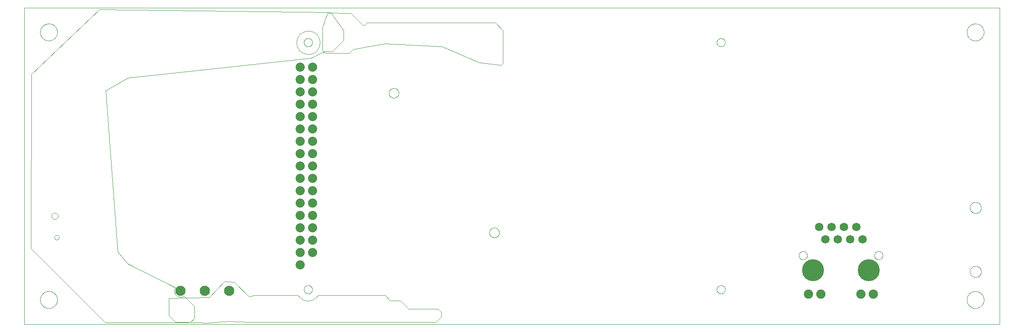
<source format=gtl>
G75*
%MOIN*%
%OFA0B0*%
%FSLAX25Y25*%
%IPPOS*%
%LPD*%
%AMOC8*
5,1,8,0,0,1.08239X$1,22.5*
%
%ADD10C,0.00000*%
%ADD11C,0.06791*%
%ADD12C,0.07500*%
%ADD13C,0.17780*%
%ADD14C,0.08268*%
%ADD15C,0.07382*%
%ADD16R,0.07382X0.07382*%
%ADD17C,0.05315*%
%ADD18C,0.02000*%
%ADD19C,0.00600*%
%ADD20C,0.01600*%
%ADD21C,0.03543*%
%ADD22C,0.01200*%
%ADD23C,0.00001*%
%ADD24C,0.01600*%
%ADD25C,0.00300*%
D10*
X0005700Y0013890D02*
X0005700Y0269796D01*
X0793102Y0269796D01*
X0793102Y0013890D01*
X0005700Y0013890D01*
X0018495Y0033575D02*
X0018497Y0033744D01*
X0018503Y0033913D01*
X0018514Y0034082D01*
X0018528Y0034250D01*
X0018547Y0034418D01*
X0018570Y0034586D01*
X0018596Y0034753D01*
X0018627Y0034919D01*
X0018662Y0035085D01*
X0018701Y0035249D01*
X0018745Y0035413D01*
X0018792Y0035575D01*
X0018843Y0035736D01*
X0018898Y0035896D01*
X0018957Y0036055D01*
X0019019Y0036212D01*
X0019086Y0036367D01*
X0019157Y0036521D01*
X0019231Y0036673D01*
X0019309Y0036823D01*
X0019390Y0036971D01*
X0019475Y0037117D01*
X0019564Y0037261D01*
X0019656Y0037403D01*
X0019752Y0037542D01*
X0019851Y0037679D01*
X0019953Y0037814D01*
X0020059Y0037946D01*
X0020168Y0038075D01*
X0020280Y0038202D01*
X0020395Y0038326D01*
X0020513Y0038447D01*
X0020634Y0038565D01*
X0020758Y0038680D01*
X0020885Y0038792D01*
X0021014Y0038901D01*
X0021146Y0039007D01*
X0021281Y0039109D01*
X0021418Y0039208D01*
X0021557Y0039304D01*
X0021699Y0039396D01*
X0021843Y0039485D01*
X0021989Y0039570D01*
X0022137Y0039651D01*
X0022287Y0039729D01*
X0022439Y0039803D01*
X0022593Y0039874D01*
X0022748Y0039941D01*
X0022905Y0040003D01*
X0023064Y0040062D01*
X0023224Y0040117D01*
X0023385Y0040168D01*
X0023547Y0040215D01*
X0023711Y0040259D01*
X0023875Y0040298D01*
X0024041Y0040333D01*
X0024207Y0040364D01*
X0024374Y0040390D01*
X0024542Y0040413D01*
X0024710Y0040432D01*
X0024878Y0040446D01*
X0025047Y0040457D01*
X0025216Y0040463D01*
X0025385Y0040465D01*
X0025554Y0040463D01*
X0025723Y0040457D01*
X0025892Y0040446D01*
X0026060Y0040432D01*
X0026228Y0040413D01*
X0026396Y0040390D01*
X0026563Y0040364D01*
X0026729Y0040333D01*
X0026895Y0040298D01*
X0027059Y0040259D01*
X0027223Y0040215D01*
X0027385Y0040168D01*
X0027546Y0040117D01*
X0027706Y0040062D01*
X0027865Y0040003D01*
X0028022Y0039941D01*
X0028177Y0039874D01*
X0028331Y0039803D01*
X0028483Y0039729D01*
X0028633Y0039651D01*
X0028781Y0039570D01*
X0028927Y0039485D01*
X0029071Y0039396D01*
X0029213Y0039304D01*
X0029352Y0039208D01*
X0029489Y0039109D01*
X0029624Y0039007D01*
X0029756Y0038901D01*
X0029885Y0038792D01*
X0030012Y0038680D01*
X0030136Y0038565D01*
X0030257Y0038447D01*
X0030375Y0038326D01*
X0030490Y0038202D01*
X0030602Y0038075D01*
X0030711Y0037946D01*
X0030817Y0037814D01*
X0030919Y0037679D01*
X0031018Y0037542D01*
X0031114Y0037403D01*
X0031206Y0037261D01*
X0031295Y0037117D01*
X0031380Y0036971D01*
X0031461Y0036823D01*
X0031539Y0036673D01*
X0031613Y0036521D01*
X0031684Y0036367D01*
X0031751Y0036212D01*
X0031813Y0036055D01*
X0031872Y0035896D01*
X0031927Y0035736D01*
X0031978Y0035575D01*
X0032025Y0035413D01*
X0032069Y0035249D01*
X0032108Y0035085D01*
X0032143Y0034919D01*
X0032174Y0034753D01*
X0032200Y0034586D01*
X0032223Y0034418D01*
X0032242Y0034250D01*
X0032256Y0034082D01*
X0032267Y0033913D01*
X0032273Y0033744D01*
X0032275Y0033575D01*
X0032273Y0033406D01*
X0032267Y0033237D01*
X0032256Y0033068D01*
X0032242Y0032900D01*
X0032223Y0032732D01*
X0032200Y0032564D01*
X0032174Y0032397D01*
X0032143Y0032231D01*
X0032108Y0032065D01*
X0032069Y0031901D01*
X0032025Y0031737D01*
X0031978Y0031575D01*
X0031927Y0031414D01*
X0031872Y0031254D01*
X0031813Y0031095D01*
X0031751Y0030938D01*
X0031684Y0030783D01*
X0031613Y0030629D01*
X0031539Y0030477D01*
X0031461Y0030327D01*
X0031380Y0030179D01*
X0031295Y0030033D01*
X0031206Y0029889D01*
X0031114Y0029747D01*
X0031018Y0029608D01*
X0030919Y0029471D01*
X0030817Y0029336D01*
X0030711Y0029204D01*
X0030602Y0029075D01*
X0030490Y0028948D01*
X0030375Y0028824D01*
X0030257Y0028703D01*
X0030136Y0028585D01*
X0030012Y0028470D01*
X0029885Y0028358D01*
X0029756Y0028249D01*
X0029624Y0028143D01*
X0029489Y0028041D01*
X0029352Y0027942D01*
X0029213Y0027846D01*
X0029071Y0027754D01*
X0028927Y0027665D01*
X0028781Y0027580D01*
X0028633Y0027499D01*
X0028483Y0027421D01*
X0028331Y0027347D01*
X0028177Y0027276D01*
X0028022Y0027209D01*
X0027865Y0027147D01*
X0027706Y0027088D01*
X0027546Y0027033D01*
X0027385Y0026982D01*
X0027223Y0026935D01*
X0027059Y0026891D01*
X0026895Y0026852D01*
X0026729Y0026817D01*
X0026563Y0026786D01*
X0026396Y0026760D01*
X0026228Y0026737D01*
X0026060Y0026718D01*
X0025892Y0026704D01*
X0025723Y0026693D01*
X0025554Y0026687D01*
X0025385Y0026685D01*
X0025216Y0026687D01*
X0025047Y0026693D01*
X0024878Y0026704D01*
X0024710Y0026718D01*
X0024542Y0026737D01*
X0024374Y0026760D01*
X0024207Y0026786D01*
X0024041Y0026817D01*
X0023875Y0026852D01*
X0023711Y0026891D01*
X0023547Y0026935D01*
X0023385Y0026982D01*
X0023224Y0027033D01*
X0023064Y0027088D01*
X0022905Y0027147D01*
X0022748Y0027209D01*
X0022593Y0027276D01*
X0022439Y0027347D01*
X0022287Y0027421D01*
X0022137Y0027499D01*
X0021989Y0027580D01*
X0021843Y0027665D01*
X0021699Y0027754D01*
X0021557Y0027846D01*
X0021418Y0027942D01*
X0021281Y0028041D01*
X0021146Y0028143D01*
X0021014Y0028249D01*
X0020885Y0028358D01*
X0020758Y0028470D01*
X0020634Y0028585D01*
X0020513Y0028703D01*
X0020395Y0028824D01*
X0020280Y0028948D01*
X0020168Y0029075D01*
X0020059Y0029204D01*
X0019953Y0029336D01*
X0019851Y0029471D01*
X0019752Y0029608D01*
X0019656Y0029747D01*
X0019564Y0029889D01*
X0019475Y0030033D01*
X0019390Y0030179D01*
X0019309Y0030327D01*
X0019231Y0030477D01*
X0019157Y0030629D01*
X0019086Y0030783D01*
X0019019Y0030938D01*
X0018957Y0031095D01*
X0018898Y0031254D01*
X0018843Y0031414D01*
X0018792Y0031575D01*
X0018745Y0031737D01*
X0018701Y0031901D01*
X0018662Y0032065D01*
X0018627Y0032231D01*
X0018596Y0032397D01*
X0018570Y0032564D01*
X0018547Y0032732D01*
X0018528Y0032900D01*
X0018514Y0033068D01*
X0018503Y0033237D01*
X0018497Y0033406D01*
X0018495Y0033575D01*
X0010900Y0075290D02*
X0071100Y0015090D01*
X0139500Y0015090D01*
X0142900Y0018490D01*
X0142900Y0028290D01*
X0134576Y0036614D01*
X0134510Y0036548D01*
X0132696Y0035797D01*
X0130734Y0035797D01*
X0128920Y0036548D01*
X0127532Y0037936D01*
X0126781Y0039750D01*
X0126781Y0041712D01*
X0127482Y0043404D01*
X0089100Y0062890D01*
X0081100Y0072490D01*
X0071500Y0202690D01*
X0089300Y0213090D01*
X0237100Y0229290D01*
X0247900Y0234490D01*
X0254500Y0234490D01*
X0263500Y0243490D01*
X0263500Y0251490D01*
X0253100Y0266290D01*
X0066500Y0268490D01*
X0011300Y0216090D01*
X0010900Y0075290D01*
X0030050Y0083344D02*
X0031104Y0082290D01*
X0032596Y0082290D01*
X0033650Y0083344D01*
X0033650Y0084836D01*
X0032596Y0085890D01*
X0031104Y0085890D01*
X0030050Y0084836D01*
X0030050Y0083344D01*
X0029788Y0098768D02*
X0030812Y0098768D01*
X0031757Y0099160D01*
X0032480Y0099883D01*
X0032872Y0100829D01*
X0032872Y0101852D01*
X0032480Y0102797D01*
X0031757Y0103520D01*
X0030812Y0103912D01*
X0029788Y0103912D01*
X0028843Y0103520D01*
X0028120Y0102797D01*
X0027728Y0101852D01*
X0027728Y0100829D01*
X0028120Y0099883D01*
X0028843Y0099160D01*
X0029788Y0098768D01*
X0122500Y0034690D02*
X0154900Y0035490D01*
X0167300Y0048490D01*
X0175100Y0047690D01*
X0186900Y0036290D01*
X0191300Y0037090D01*
X0226835Y0037090D01*
X0227962Y0035403D01*
X0231061Y0033333D01*
X0234717Y0032606D01*
X0238372Y0033333D01*
X0241471Y0035403D01*
X0241471Y0035403D01*
X0241471Y0035403D01*
X0242598Y0037090D01*
X0296900Y0037090D01*
X0301100Y0032890D01*
X0309500Y0032890D01*
X0316100Y0026290D01*
X0339700Y0026290D01*
X0342500Y0023490D01*
X0342500Y0019890D01*
X0338100Y0015490D01*
X0187300Y0015490D01*
X0179100Y0015890D01*
X0170900Y0016090D01*
X0160500Y0015490D01*
X0153701Y0014890D01*
X0153697Y0014890D01*
X0144700Y0015090D01*
X0139100Y0015090D01*
X0136900Y0015490D01*
X0127700Y0015490D01*
X0122500Y0020690D01*
X0122500Y0034690D01*
X0227962Y0035403D02*
X0227962Y0035403D01*
X0227962Y0035403D01*
X0231061Y0033333D02*
X0231061Y0033333D01*
X0234717Y0032606D02*
X0234717Y0032606D01*
X0238372Y0033333D02*
X0238372Y0033333D01*
X0231421Y0041882D02*
X0231423Y0041997D01*
X0231429Y0042113D01*
X0231439Y0042228D01*
X0231453Y0042343D01*
X0231471Y0042457D01*
X0231493Y0042570D01*
X0231518Y0042683D01*
X0231548Y0042794D01*
X0231581Y0042905D01*
X0231618Y0043014D01*
X0231659Y0043122D01*
X0231704Y0043229D01*
X0231752Y0043334D01*
X0231804Y0043437D01*
X0231860Y0043538D01*
X0231919Y0043638D01*
X0231981Y0043735D01*
X0232047Y0043830D01*
X0232115Y0043923D01*
X0232187Y0044013D01*
X0232262Y0044101D01*
X0232341Y0044186D01*
X0232422Y0044268D01*
X0232505Y0044348D01*
X0232592Y0044424D01*
X0232681Y0044498D01*
X0232772Y0044568D01*
X0232866Y0044636D01*
X0232962Y0044700D01*
X0233061Y0044760D01*
X0233161Y0044817D01*
X0233263Y0044871D01*
X0233367Y0044921D01*
X0233473Y0044968D01*
X0233580Y0045011D01*
X0233689Y0045050D01*
X0233799Y0045085D01*
X0233910Y0045116D01*
X0234022Y0045144D01*
X0234135Y0045168D01*
X0234249Y0045188D01*
X0234364Y0045204D01*
X0234479Y0045216D01*
X0234594Y0045224D01*
X0234709Y0045228D01*
X0234825Y0045228D01*
X0234940Y0045224D01*
X0235055Y0045216D01*
X0235170Y0045204D01*
X0235285Y0045188D01*
X0235399Y0045168D01*
X0235512Y0045144D01*
X0235624Y0045116D01*
X0235735Y0045085D01*
X0235845Y0045050D01*
X0235954Y0045011D01*
X0236061Y0044968D01*
X0236167Y0044921D01*
X0236271Y0044871D01*
X0236373Y0044817D01*
X0236473Y0044760D01*
X0236572Y0044700D01*
X0236668Y0044636D01*
X0236762Y0044568D01*
X0236853Y0044498D01*
X0236942Y0044424D01*
X0237029Y0044348D01*
X0237112Y0044268D01*
X0237193Y0044186D01*
X0237272Y0044101D01*
X0237347Y0044013D01*
X0237419Y0043923D01*
X0237487Y0043830D01*
X0237553Y0043735D01*
X0237615Y0043638D01*
X0237674Y0043538D01*
X0237730Y0043437D01*
X0237782Y0043334D01*
X0237830Y0043229D01*
X0237875Y0043122D01*
X0237916Y0043014D01*
X0237953Y0042905D01*
X0237986Y0042794D01*
X0238016Y0042683D01*
X0238041Y0042570D01*
X0238063Y0042457D01*
X0238081Y0042343D01*
X0238095Y0042228D01*
X0238105Y0042113D01*
X0238111Y0041997D01*
X0238113Y0041882D01*
X0238111Y0041767D01*
X0238105Y0041651D01*
X0238095Y0041536D01*
X0238081Y0041421D01*
X0238063Y0041307D01*
X0238041Y0041194D01*
X0238016Y0041081D01*
X0237986Y0040970D01*
X0237953Y0040859D01*
X0237916Y0040750D01*
X0237875Y0040642D01*
X0237830Y0040535D01*
X0237782Y0040430D01*
X0237730Y0040327D01*
X0237674Y0040226D01*
X0237615Y0040126D01*
X0237553Y0040029D01*
X0237487Y0039934D01*
X0237419Y0039841D01*
X0237347Y0039751D01*
X0237272Y0039663D01*
X0237193Y0039578D01*
X0237112Y0039496D01*
X0237029Y0039416D01*
X0236942Y0039340D01*
X0236853Y0039266D01*
X0236762Y0039196D01*
X0236668Y0039128D01*
X0236572Y0039064D01*
X0236473Y0039004D01*
X0236373Y0038947D01*
X0236271Y0038893D01*
X0236167Y0038843D01*
X0236061Y0038796D01*
X0235954Y0038753D01*
X0235845Y0038714D01*
X0235735Y0038679D01*
X0235624Y0038648D01*
X0235512Y0038620D01*
X0235399Y0038596D01*
X0235285Y0038576D01*
X0235170Y0038560D01*
X0235055Y0038548D01*
X0234940Y0038540D01*
X0234825Y0038536D01*
X0234709Y0038536D01*
X0234594Y0038540D01*
X0234479Y0038548D01*
X0234364Y0038560D01*
X0234249Y0038576D01*
X0234135Y0038596D01*
X0234022Y0038620D01*
X0233910Y0038648D01*
X0233799Y0038679D01*
X0233689Y0038714D01*
X0233580Y0038753D01*
X0233473Y0038796D01*
X0233367Y0038843D01*
X0233263Y0038893D01*
X0233161Y0038947D01*
X0233061Y0039004D01*
X0232962Y0039064D01*
X0232866Y0039128D01*
X0232772Y0039196D01*
X0232681Y0039266D01*
X0232592Y0039340D01*
X0232505Y0039416D01*
X0232422Y0039496D01*
X0232341Y0039578D01*
X0232262Y0039663D01*
X0232187Y0039751D01*
X0232115Y0039841D01*
X0232047Y0039934D01*
X0231981Y0040029D01*
X0231919Y0040126D01*
X0231860Y0040226D01*
X0231804Y0040327D01*
X0231752Y0040430D01*
X0231704Y0040535D01*
X0231659Y0040642D01*
X0231618Y0040750D01*
X0231581Y0040859D01*
X0231548Y0040970D01*
X0231518Y0041081D01*
X0231493Y0041194D01*
X0231471Y0041307D01*
X0231453Y0041421D01*
X0231439Y0041536D01*
X0231429Y0041651D01*
X0231423Y0041767D01*
X0231421Y0041882D01*
X0381108Y0087873D02*
X0381110Y0087998D01*
X0381116Y0088123D01*
X0381126Y0088247D01*
X0381140Y0088371D01*
X0381157Y0088495D01*
X0381179Y0088618D01*
X0381205Y0088740D01*
X0381234Y0088862D01*
X0381267Y0088982D01*
X0381305Y0089101D01*
X0381345Y0089220D01*
X0381390Y0089336D01*
X0381438Y0089451D01*
X0381490Y0089565D01*
X0381546Y0089677D01*
X0381605Y0089787D01*
X0381667Y0089895D01*
X0381733Y0090002D01*
X0381802Y0090106D01*
X0381875Y0090207D01*
X0381950Y0090307D01*
X0382029Y0090404D01*
X0382111Y0090498D01*
X0382196Y0090590D01*
X0382283Y0090679D01*
X0382374Y0090765D01*
X0382467Y0090848D01*
X0382563Y0090929D01*
X0382661Y0091006D01*
X0382761Y0091080D01*
X0382864Y0091151D01*
X0382969Y0091218D01*
X0383077Y0091283D01*
X0383186Y0091343D01*
X0383297Y0091401D01*
X0383410Y0091454D01*
X0383524Y0091504D01*
X0383640Y0091551D01*
X0383757Y0091593D01*
X0383876Y0091632D01*
X0383996Y0091668D01*
X0384117Y0091699D01*
X0384239Y0091727D01*
X0384361Y0091750D01*
X0384485Y0091770D01*
X0384609Y0091786D01*
X0384733Y0091798D01*
X0384858Y0091806D01*
X0384983Y0091810D01*
X0385107Y0091810D01*
X0385232Y0091806D01*
X0385357Y0091798D01*
X0385481Y0091786D01*
X0385605Y0091770D01*
X0385729Y0091750D01*
X0385851Y0091727D01*
X0385973Y0091699D01*
X0386094Y0091668D01*
X0386214Y0091632D01*
X0386333Y0091593D01*
X0386450Y0091551D01*
X0386566Y0091504D01*
X0386680Y0091454D01*
X0386793Y0091401D01*
X0386904Y0091343D01*
X0387014Y0091283D01*
X0387121Y0091218D01*
X0387226Y0091151D01*
X0387329Y0091080D01*
X0387429Y0091006D01*
X0387527Y0090929D01*
X0387623Y0090848D01*
X0387716Y0090765D01*
X0387807Y0090679D01*
X0387894Y0090590D01*
X0387979Y0090498D01*
X0388061Y0090404D01*
X0388140Y0090307D01*
X0388215Y0090207D01*
X0388288Y0090106D01*
X0388357Y0090002D01*
X0388423Y0089895D01*
X0388485Y0089787D01*
X0388544Y0089677D01*
X0388600Y0089565D01*
X0388652Y0089451D01*
X0388700Y0089336D01*
X0388745Y0089220D01*
X0388785Y0089101D01*
X0388823Y0088982D01*
X0388856Y0088862D01*
X0388885Y0088740D01*
X0388911Y0088618D01*
X0388933Y0088495D01*
X0388950Y0088371D01*
X0388964Y0088247D01*
X0388974Y0088123D01*
X0388980Y0087998D01*
X0388982Y0087873D01*
X0388980Y0087748D01*
X0388974Y0087623D01*
X0388964Y0087499D01*
X0388950Y0087375D01*
X0388933Y0087251D01*
X0388911Y0087128D01*
X0388885Y0087006D01*
X0388856Y0086884D01*
X0388823Y0086764D01*
X0388785Y0086645D01*
X0388745Y0086526D01*
X0388700Y0086410D01*
X0388652Y0086295D01*
X0388600Y0086181D01*
X0388544Y0086069D01*
X0388485Y0085959D01*
X0388423Y0085851D01*
X0388357Y0085744D01*
X0388288Y0085640D01*
X0388215Y0085539D01*
X0388140Y0085439D01*
X0388061Y0085342D01*
X0387979Y0085248D01*
X0387894Y0085156D01*
X0387807Y0085067D01*
X0387716Y0084981D01*
X0387623Y0084898D01*
X0387527Y0084817D01*
X0387429Y0084740D01*
X0387329Y0084666D01*
X0387226Y0084595D01*
X0387121Y0084528D01*
X0387013Y0084463D01*
X0386904Y0084403D01*
X0386793Y0084345D01*
X0386680Y0084292D01*
X0386566Y0084242D01*
X0386450Y0084195D01*
X0386333Y0084153D01*
X0386214Y0084114D01*
X0386094Y0084078D01*
X0385973Y0084047D01*
X0385851Y0084019D01*
X0385729Y0083996D01*
X0385605Y0083976D01*
X0385481Y0083960D01*
X0385357Y0083948D01*
X0385232Y0083940D01*
X0385107Y0083936D01*
X0384983Y0083936D01*
X0384858Y0083940D01*
X0384733Y0083948D01*
X0384609Y0083960D01*
X0384485Y0083976D01*
X0384361Y0083996D01*
X0384239Y0084019D01*
X0384117Y0084047D01*
X0383996Y0084078D01*
X0383876Y0084114D01*
X0383757Y0084153D01*
X0383640Y0084195D01*
X0383524Y0084242D01*
X0383410Y0084292D01*
X0383297Y0084345D01*
X0383186Y0084403D01*
X0383076Y0084463D01*
X0382969Y0084528D01*
X0382864Y0084595D01*
X0382761Y0084666D01*
X0382661Y0084740D01*
X0382563Y0084817D01*
X0382467Y0084898D01*
X0382374Y0084981D01*
X0382283Y0085067D01*
X0382196Y0085156D01*
X0382111Y0085248D01*
X0382029Y0085342D01*
X0381950Y0085439D01*
X0381875Y0085539D01*
X0381802Y0085640D01*
X0381733Y0085744D01*
X0381667Y0085851D01*
X0381605Y0085959D01*
X0381546Y0086069D01*
X0381490Y0086181D01*
X0381438Y0086295D01*
X0381390Y0086410D01*
X0381345Y0086526D01*
X0381305Y0086645D01*
X0381267Y0086764D01*
X0381234Y0086884D01*
X0381205Y0087006D01*
X0381179Y0087128D01*
X0381157Y0087251D01*
X0381140Y0087375D01*
X0381126Y0087499D01*
X0381116Y0087623D01*
X0381110Y0087748D01*
X0381108Y0087873D01*
X0564689Y0041882D02*
X0564691Y0041997D01*
X0564697Y0042113D01*
X0564707Y0042228D01*
X0564721Y0042343D01*
X0564739Y0042457D01*
X0564761Y0042570D01*
X0564786Y0042683D01*
X0564816Y0042794D01*
X0564849Y0042905D01*
X0564886Y0043014D01*
X0564927Y0043122D01*
X0564972Y0043229D01*
X0565020Y0043334D01*
X0565072Y0043437D01*
X0565128Y0043538D01*
X0565187Y0043638D01*
X0565249Y0043735D01*
X0565315Y0043830D01*
X0565383Y0043923D01*
X0565455Y0044013D01*
X0565530Y0044101D01*
X0565609Y0044186D01*
X0565690Y0044268D01*
X0565773Y0044348D01*
X0565860Y0044424D01*
X0565949Y0044498D01*
X0566040Y0044568D01*
X0566134Y0044636D01*
X0566230Y0044700D01*
X0566329Y0044760D01*
X0566429Y0044817D01*
X0566531Y0044871D01*
X0566635Y0044921D01*
X0566741Y0044968D01*
X0566848Y0045011D01*
X0566957Y0045050D01*
X0567067Y0045085D01*
X0567178Y0045116D01*
X0567290Y0045144D01*
X0567403Y0045168D01*
X0567517Y0045188D01*
X0567632Y0045204D01*
X0567747Y0045216D01*
X0567862Y0045224D01*
X0567977Y0045228D01*
X0568093Y0045228D01*
X0568208Y0045224D01*
X0568323Y0045216D01*
X0568438Y0045204D01*
X0568553Y0045188D01*
X0568667Y0045168D01*
X0568780Y0045144D01*
X0568892Y0045116D01*
X0569003Y0045085D01*
X0569113Y0045050D01*
X0569222Y0045011D01*
X0569329Y0044968D01*
X0569435Y0044921D01*
X0569539Y0044871D01*
X0569641Y0044817D01*
X0569741Y0044760D01*
X0569840Y0044700D01*
X0569936Y0044636D01*
X0570030Y0044568D01*
X0570121Y0044498D01*
X0570210Y0044424D01*
X0570297Y0044348D01*
X0570380Y0044268D01*
X0570461Y0044186D01*
X0570540Y0044101D01*
X0570615Y0044013D01*
X0570687Y0043923D01*
X0570755Y0043830D01*
X0570821Y0043735D01*
X0570883Y0043638D01*
X0570942Y0043538D01*
X0570998Y0043437D01*
X0571050Y0043334D01*
X0571098Y0043229D01*
X0571143Y0043122D01*
X0571184Y0043014D01*
X0571221Y0042905D01*
X0571254Y0042794D01*
X0571284Y0042683D01*
X0571309Y0042570D01*
X0571331Y0042457D01*
X0571349Y0042343D01*
X0571363Y0042228D01*
X0571373Y0042113D01*
X0571379Y0041997D01*
X0571381Y0041882D01*
X0571379Y0041767D01*
X0571373Y0041651D01*
X0571363Y0041536D01*
X0571349Y0041421D01*
X0571331Y0041307D01*
X0571309Y0041194D01*
X0571284Y0041081D01*
X0571254Y0040970D01*
X0571221Y0040859D01*
X0571184Y0040750D01*
X0571143Y0040642D01*
X0571098Y0040535D01*
X0571050Y0040430D01*
X0570998Y0040327D01*
X0570942Y0040226D01*
X0570883Y0040126D01*
X0570821Y0040029D01*
X0570755Y0039934D01*
X0570687Y0039841D01*
X0570615Y0039751D01*
X0570540Y0039663D01*
X0570461Y0039578D01*
X0570380Y0039496D01*
X0570297Y0039416D01*
X0570210Y0039340D01*
X0570121Y0039266D01*
X0570030Y0039196D01*
X0569936Y0039128D01*
X0569840Y0039064D01*
X0569741Y0039004D01*
X0569641Y0038947D01*
X0569539Y0038893D01*
X0569435Y0038843D01*
X0569329Y0038796D01*
X0569222Y0038753D01*
X0569113Y0038714D01*
X0569003Y0038679D01*
X0568892Y0038648D01*
X0568780Y0038620D01*
X0568667Y0038596D01*
X0568553Y0038576D01*
X0568438Y0038560D01*
X0568323Y0038548D01*
X0568208Y0038540D01*
X0568093Y0038536D01*
X0567977Y0038536D01*
X0567862Y0038540D01*
X0567747Y0038548D01*
X0567632Y0038560D01*
X0567517Y0038576D01*
X0567403Y0038596D01*
X0567290Y0038620D01*
X0567178Y0038648D01*
X0567067Y0038679D01*
X0566957Y0038714D01*
X0566848Y0038753D01*
X0566741Y0038796D01*
X0566635Y0038843D01*
X0566531Y0038893D01*
X0566429Y0038947D01*
X0566329Y0039004D01*
X0566230Y0039064D01*
X0566134Y0039128D01*
X0566040Y0039196D01*
X0565949Y0039266D01*
X0565860Y0039340D01*
X0565773Y0039416D01*
X0565690Y0039496D01*
X0565609Y0039578D01*
X0565530Y0039663D01*
X0565455Y0039751D01*
X0565383Y0039841D01*
X0565315Y0039934D01*
X0565249Y0040029D01*
X0565187Y0040126D01*
X0565128Y0040226D01*
X0565072Y0040327D01*
X0565020Y0040430D01*
X0564972Y0040535D01*
X0564927Y0040642D01*
X0564886Y0040750D01*
X0564849Y0040859D01*
X0564816Y0040970D01*
X0564786Y0041081D01*
X0564761Y0041194D01*
X0564739Y0041307D01*
X0564721Y0041421D01*
X0564707Y0041536D01*
X0564697Y0041651D01*
X0564691Y0041767D01*
X0564689Y0041882D01*
X0630963Y0069449D02*
X0630965Y0069564D01*
X0630971Y0069680D01*
X0630981Y0069795D01*
X0630995Y0069910D01*
X0631013Y0070024D01*
X0631035Y0070137D01*
X0631060Y0070250D01*
X0631090Y0070361D01*
X0631123Y0070472D01*
X0631160Y0070581D01*
X0631201Y0070689D01*
X0631246Y0070796D01*
X0631294Y0070901D01*
X0631346Y0071004D01*
X0631402Y0071105D01*
X0631461Y0071205D01*
X0631523Y0071302D01*
X0631589Y0071397D01*
X0631657Y0071490D01*
X0631729Y0071580D01*
X0631804Y0071668D01*
X0631883Y0071753D01*
X0631964Y0071835D01*
X0632047Y0071915D01*
X0632134Y0071991D01*
X0632223Y0072065D01*
X0632314Y0072135D01*
X0632408Y0072203D01*
X0632504Y0072267D01*
X0632603Y0072327D01*
X0632703Y0072384D01*
X0632805Y0072438D01*
X0632909Y0072488D01*
X0633015Y0072535D01*
X0633122Y0072578D01*
X0633231Y0072617D01*
X0633341Y0072652D01*
X0633452Y0072683D01*
X0633564Y0072711D01*
X0633677Y0072735D01*
X0633791Y0072755D01*
X0633906Y0072771D01*
X0634021Y0072783D01*
X0634136Y0072791D01*
X0634251Y0072795D01*
X0634367Y0072795D01*
X0634482Y0072791D01*
X0634597Y0072783D01*
X0634712Y0072771D01*
X0634827Y0072755D01*
X0634941Y0072735D01*
X0635054Y0072711D01*
X0635166Y0072683D01*
X0635277Y0072652D01*
X0635387Y0072617D01*
X0635496Y0072578D01*
X0635603Y0072535D01*
X0635709Y0072488D01*
X0635813Y0072438D01*
X0635915Y0072384D01*
X0636015Y0072327D01*
X0636114Y0072267D01*
X0636210Y0072203D01*
X0636304Y0072135D01*
X0636395Y0072065D01*
X0636484Y0071991D01*
X0636571Y0071915D01*
X0636654Y0071835D01*
X0636735Y0071753D01*
X0636814Y0071668D01*
X0636889Y0071580D01*
X0636961Y0071490D01*
X0637029Y0071397D01*
X0637095Y0071302D01*
X0637157Y0071205D01*
X0637216Y0071105D01*
X0637272Y0071004D01*
X0637324Y0070901D01*
X0637372Y0070796D01*
X0637417Y0070689D01*
X0637458Y0070581D01*
X0637495Y0070472D01*
X0637528Y0070361D01*
X0637558Y0070250D01*
X0637583Y0070137D01*
X0637605Y0070024D01*
X0637623Y0069910D01*
X0637637Y0069795D01*
X0637647Y0069680D01*
X0637653Y0069564D01*
X0637655Y0069449D01*
X0637653Y0069334D01*
X0637647Y0069218D01*
X0637637Y0069103D01*
X0637623Y0068988D01*
X0637605Y0068874D01*
X0637583Y0068761D01*
X0637558Y0068648D01*
X0637528Y0068537D01*
X0637495Y0068426D01*
X0637458Y0068317D01*
X0637417Y0068209D01*
X0637372Y0068102D01*
X0637324Y0067997D01*
X0637272Y0067894D01*
X0637216Y0067793D01*
X0637157Y0067693D01*
X0637095Y0067596D01*
X0637029Y0067501D01*
X0636961Y0067408D01*
X0636889Y0067318D01*
X0636814Y0067230D01*
X0636735Y0067145D01*
X0636654Y0067063D01*
X0636571Y0066983D01*
X0636484Y0066907D01*
X0636395Y0066833D01*
X0636304Y0066763D01*
X0636210Y0066695D01*
X0636114Y0066631D01*
X0636015Y0066571D01*
X0635915Y0066514D01*
X0635813Y0066460D01*
X0635709Y0066410D01*
X0635603Y0066363D01*
X0635496Y0066320D01*
X0635387Y0066281D01*
X0635277Y0066246D01*
X0635166Y0066215D01*
X0635054Y0066187D01*
X0634941Y0066163D01*
X0634827Y0066143D01*
X0634712Y0066127D01*
X0634597Y0066115D01*
X0634482Y0066107D01*
X0634367Y0066103D01*
X0634251Y0066103D01*
X0634136Y0066107D01*
X0634021Y0066115D01*
X0633906Y0066127D01*
X0633791Y0066143D01*
X0633677Y0066163D01*
X0633564Y0066187D01*
X0633452Y0066215D01*
X0633341Y0066246D01*
X0633231Y0066281D01*
X0633122Y0066320D01*
X0633015Y0066363D01*
X0632909Y0066410D01*
X0632805Y0066460D01*
X0632703Y0066514D01*
X0632603Y0066571D01*
X0632504Y0066631D01*
X0632408Y0066695D01*
X0632314Y0066763D01*
X0632223Y0066833D01*
X0632134Y0066907D01*
X0632047Y0066983D01*
X0631964Y0067063D01*
X0631883Y0067145D01*
X0631804Y0067230D01*
X0631729Y0067318D01*
X0631657Y0067408D01*
X0631589Y0067501D01*
X0631523Y0067596D01*
X0631461Y0067693D01*
X0631402Y0067793D01*
X0631346Y0067894D01*
X0631294Y0067997D01*
X0631246Y0068102D01*
X0631201Y0068209D01*
X0631160Y0068317D01*
X0631123Y0068426D01*
X0631090Y0068537D01*
X0631060Y0068648D01*
X0631035Y0068761D01*
X0631013Y0068874D01*
X0630995Y0068988D01*
X0630981Y0069103D01*
X0630971Y0069218D01*
X0630965Y0069334D01*
X0630963Y0069449D01*
X0691948Y0069449D02*
X0691950Y0069564D01*
X0691956Y0069680D01*
X0691966Y0069795D01*
X0691980Y0069910D01*
X0691998Y0070024D01*
X0692020Y0070137D01*
X0692045Y0070250D01*
X0692075Y0070361D01*
X0692108Y0070472D01*
X0692145Y0070581D01*
X0692186Y0070689D01*
X0692231Y0070796D01*
X0692279Y0070901D01*
X0692331Y0071004D01*
X0692387Y0071105D01*
X0692446Y0071205D01*
X0692508Y0071302D01*
X0692574Y0071397D01*
X0692642Y0071490D01*
X0692714Y0071580D01*
X0692789Y0071668D01*
X0692868Y0071753D01*
X0692949Y0071835D01*
X0693032Y0071915D01*
X0693119Y0071991D01*
X0693208Y0072065D01*
X0693299Y0072135D01*
X0693393Y0072203D01*
X0693489Y0072267D01*
X0693588Y0072327D01*
X0693688Y0072384D01*
X0693790Y0072438D01*
X0693894Y0072488D01*
X0694000Y0072535D01*
X0694107Y0072578D01*
X0694216Y0072617D01*
X0694326Y0072652D01*
X0694437Y0072683D01*
X0694549Y0072711D01*
X0694662Y0072735D01*
X0694776Y0072755D01*
X0694891Y0072771D01*
X0695006Y0072783D01*
X0695121Y0072791D01*
X0695236Y0072795D01*
X0695352Y0072795D01*
X0695467Y0072791D01*
X0695582Y0072783D01*
X0695697Y0072771D01*
X0695812Y0072755D01*
X0695926Y0072735D01*
X0696039Y0072711D01*
X0696151Y0072683D01*
X0696262Y0072652D01*
X0696372Y0072617D01*
X0696481Y0072578D01*
X0696588Y0072535D01*
X0696694Y0072488D01*
X0696798Y0072438D01*
X0696900Y0072384D01*
X0697000Y0072327D01*
X0697099Y0072267D01*
X0697195Y0072203D01*
X0697289Y0072135D01*
X0697380Y0072065D01*
X0697469Y0071991D01*
X0697556Y0071915D01*
X0697639Y0071835D01*
X0697720Y0071753D01*
X0697799Y0071668D01*
X0697874Y0071580D01*
X0697946Y0071490D01*
X0698014Y0071397D01*
X0698080Y0071302D01*
X0698142Y0071205D01*
X0698201Y0071105D01*
X0698257Y0071004D01*
X0698309Y0070901D01*
X0698357Y0070796D01*
X0698402Y0070689D01*
X0698443Y0070581D01*
X0698480Y0070472D01*
X0698513Y0070361D01*
X0698543Y0070250D01*
X0698568Y0070137D01*
X0698590Y0070024D01*
X0698608Y0069910D01*
X0698622Y0069795D01*
X0698632Y0069680D01*
X0698638Y0069564D01*
X0698640Y0069449D01*
X0698638Y0069334D01*
X0698632Y0069218D01*
X0698622Y0069103D01*
X0698608Y0068988D01*
X0698590Y0068874D01*
X0698568Y0068761D01*
X0698543Y0068648D01*
X0698513Y0068537D01*
X0698480Y0068426D01*
X0698443Y0068317D01*
X0698402Y0068209D01*
X0698357Y0068102D01*
X0698309Y0067997D01*
X0698257Y0067894D01*
X0698201Y0067793D01*
X0698142Y0067693D01*
X0698080Y0067596D01*
X0698014Y0067501D01*
X0697946Y0067408D01*
X0697874Y0067318D01*
X0697799Y0067230D01*
X0697720Y0067145D01*
X0697639Y0067063D01*
X0697556Y0066983D01*
X0697469Y0066907D01*
X0697380Y0066833D01*
X0697289Y0066763D01*
X0697195Y0066695D01*
X0697099Y0066631D01*
X0697000Y0066571D01*
X0696900Y0066514D01*
X0696798Y0066460D01*
X0696694Y0066410D01*
X0696588Y0066363D01*
X0696481Y0066320D01*
X0696372Y0066281D01*
X0696262Y0066246D01*
X0696151Y0066215D01*
X0696039Y0066187D01*
X0695926Y0066163D01*
X0695812Y0066143D01*
X0695697Y0066127D01*
X0695582Y0066115D01*
X0695467Y0066107D01*
X0695352Y0066103D01*
X0695236Y0066103D01*
X0695121Y0066107D01*
X0695006Y0066115D01*
X0694891Y0066127D01*
X0694776Y0066143D01*
X0694662Y0066163D01*
X0694549Y0066187D01*
X0694437Y0066215D01*
X0694326Y0066246D01*
X0694216Y0066281D01*
X0694107Y0066320D01*
X0694000Y0066363D01*
X0693894Y0066410D01*
X0693790Y0066460D01*
X0693688Y0066514D01*
X0693588Y0066571D01*
X0693489Y0066631D01*
X0693393Y0066695D01*
X0693299Y0066763D01*
X0693208Y0066833D01*
X0693119Y0066907D01*
X0693032Y0066983D01*
X0692949Y0067063D01*
X0692868Y0067145D01*
X0692789Y0067230D01*
X0692714Y0067318D01*
X0692642Y0067408D01*
X0692574Y0067501D01*
X0692508Y0067596D01*
X0692446Y0067693D01*
X0692387Y0067793D01*
X0692331Y0067894D01*
X0692279Y0067997D01*
X0692231Y0068102D01*
X0692186Y0068209D01*
X0692145Y0068317D01*
X0692108Y0068426D01*
X0692075Y0068537D01*
X0692045Y0068648D01*
X0692020Y0068761D01*
X0691998Y0068874D01*
X0691980Y0068988D01*
X0691966Y0069103D01*
X0691956Y0069218D01*
X0691950Y0069334D01*
X0691948Y0069449D01*
X0769072Y0056324D02*
X0769074Y0056458D01*
X0769080Y0056592D01*
X0769090Y0056726D01*
X0769104Y0056860D01*
X0769122Y0056993D01*
X0769143Y0057125D01*
X0769169Y0057257D01*
X0769199Y0057388D01*
X0769232Y0057518D01*
X0769269Y0057646D01*
X0769311Y0057774D01*
X0769355Y0057901D01*
X0769404Y0058026D01*
X0769456Y0058149D01*
X0769512Y0058271D01*
X0769572Y0058392D01*
X0769635Y0058510D01*
X0769701Y0058627D01*
X0769771Y0058741D01*
X0769844Y0058854D01*
X0769921Y0058964D01*
X0770001Y0059072D01*
X0770084Y0059177D01*
X0770170Y0059280D01*
X0770259Y0059380D01*
X0770351Y0059478D01*
X0770446Y0059573D01*
X0770544Y0059665D01*
X0770644Y0059754D01*
X0770747Y0059840D01*
X0770852Y0059923D01*
X0770960Y0060003D01*
X0771070Y0060080D01*
X0771183Y0060153D01*
X0771297Y0060223D01*
X0771414Y0060289D01*
X0771532Y0060352D01*
X0771653Y0060412D01*
X0771775Y0060468D01*
X0771898Y0060520D01*
X0772023Y0060569D01*
X0772150Y0060613D01*
X0772278Y0060655D01*
X0772406Y0060692D01*
X0772536Y0060725D01*
X0772667Y0060755D01*
X0772799Y0060781D01*
X0772931Y0060802D01*
X0773064Y0060820D01*
X0773198Y0060834D01*
X0773332Y0060844D01*
X0773466Y0060850D01*
X0773600Y0060852D01*
X0773734Y0060850D01*
X0773868Y0060844D01*
X0774002Y0060834D01*
X0774136Y0060820D01*
X0774269Y0060802D01*
X0774401Y0060781D01*
X0774533Y0060755D01*
X0774664Y0060725D01*
X0774794Y0060692D01*
X0774922Y0060655D01*
X0775050Y0060613D01*
X0775177Y0060569D01*
X0775302Y0060520D01*
X0775425Y0060468D01*
X0775547Y0060412D01*
X0775668Y0060352D01*
X0775786Y0060289D01*
X0775903Y0060223D01*
X0776017Y0060153D01*
X0776130Y0060080D01*
X0776240Y0060003D01*
X0776348Y0059923D01*
X0776453Y0059840D01*
X0776556Y0059754D01*
X0776656Y0059665D01*
X0776754Y0059573D01*
X0776849Y0059478D01*
X0776941Y0059380D01*
X0777030Y0059280D01*
X0777116Y0059177D01*
X0777199Y0059072D01*
X0777279Y0058964D01*
X0777356Y0058854D01*
X0777429Y0058741D01*
X0777499Y0058627D01*
X0777565Y0058510D01*
X0777628Y0058392D01*
X0777688Y0058271D01*
X0777744Y0058149D01*
X0777796Y0058026D01*
X0777845Y0057901D01*
X0777889Y0057774D01*
X0777931Y0057646D01*
X0777968Y0057518D01*
X0778001Y0057388D01*
X0778031Y0057257D01*
X0778057Y0057125D01*
X0778078Y0056993D01*
X0778096Y0056860D01*
X0778110Y0056726D01*
X0778120Y0056592D01*
X0778126Y0056458D01*
X0778128Y0056324D01*
X0778126Y0056190D01*
X0778120Y0056056D01*
X0778110Y0055922D01*
X0778096Y0055788D01*
X0778078Y0055655D01*
X0778057Y0055523D01*
X0778031Y0055391D01*
X0778001Y0055260D01*
X0777968Y0055130D01*
X0777931Y0055002D01*
X0777889Y0054874D01*
X0777845Y0054747D01*
X0777796Y0054622D01*
X0777744Y0054499D01*
X0777688Y0054377D01*
X0777628Y0054256D01*
X0777565Y0054138D01*
X0777499Y0054021D01*
X0777429Y0053907D01*
X0777356Y0053794D01*
X0777279Y0053684D01*
X0777199Y0053576D01*
X0777116Y0053471D01*
X0777030Y0053368D01*
X0776941Y0053268D01*
X0776849Y0053170D01*
X0776754Y0053075D01*
X0776656Y0052983D01*
X0776556Y0052894D01*
X0776453Y0052808D01*
X0776348Y0052725D01*
X0776240Y0052645D01*
X0776130Y0052568D01*
X0776017Y0052495D01*
X0775903Y0052425D01*
X0775786Y0052359D01*
X0775668Y0052296D01*
X0775547Y0052236D01*
X0775425Y0052180D01*
X0775302Y0052128D01*
X0775177Y0052079D01*
X0775050Y0052035D01*
X0774922Y0051993D01*
X0774794Y0051956D01*
X0774664Y0051923D01*
X0774533Y0051893D01*
X0774401Y0051867D01*
X0774269Y0051846D01*
X0774136Y0051828D01*
X0774002Y0051814D01*
X0773868Y0051804D01*
X0773734Y0051798D01*
X0773600Y0051796D01*
X0773466Y0051798D01*
X0773332Y0051804D01*
X0773198Y0051814D01*
X0773064Y0051828D01*
X0772931Y0051846D01*
X0772799Y0051867D01*
X0772667Y0051893D01*
X0772536Y0051923D01*
X0772406Y0051956D01*
X0772278Y0051993D01*
X0772150Y0052035D01*
X0772023Y0052079D01*
X0771898Y0052128D01*
X0771775Y0052180D01*
X0771653Y0052236D01*
X0771532Y0052296D01*
X0771414Y0052359D01*
X0771297Y0052425D01*
X0771183Y0052495D01*
X0771070Y0052568D01*
X0770960Y0052645D01*
X0770852Y0052725D01*
X0770747Y0052808D01*
X0770644Y0052894D01*
X0770544Y0052983D01*
X0770446Y0053075D01*
X0770351Y0053170D01*
X0770259Y0053268D01*
X0770170Y0053368D01*
X0770084Y0053471D01*
X0770001Y0053576D01*
X0769921Y0053684D01*
X0769844Y0053794D01*
X0769771Y0053907D01*
X0769701Y0054021D01*
X0769635Y0054138D01*
X0769572Y0054256D01*
X0769512Y0054377D01*
X0769456Y0054499D01*
X0769404Y0054622D01*
X0769355Y0054747D01*
X0769311Y0054874D01*
X0769269Y0055002D01*
X0769232Y0055130D01*
X0769199Y0055260D01*
X0769169Y0055391D01*
X0769143Y0055523D01*
X0769122Y0055655D01*
X0769104Y0055788D01*
X0769090Y0055922D01*
X0769080Y0056056D01*
X0769074Y0056190D01*
X0769072Y0056324D01*
X0766527Y0033575D02*
X0766529Y0033744D01*
X0766535Y0033913D01*
X0766546Y0034082D01*
X0766560Y0034250D01*
X0766579Y0034418D01*
X0766602Y0034586D01*
X0766628Y0034753D01*
X0766659Y0034919D01*
X0766694Y0035085D01*
X0766733Y0035249D01*
X0766777Y0035413D01*
X0766824Y0035575D01*
X0766875Y0035736D01*
X0766930Y0035896D01*
X0766989Y0036055D01*
X0767051Y0036212D01*
X0767118Y0036367D01*
X0767189Y0036521D01*
X0767263Y0036673D01*
X0767341Y0036823D01*
X0767422Y0036971D01*
X0767507Y0037117D01*
X0767596Y0037261D01*
X0767688Y0037403D01*
X0767784Y0037542D01*
X0767883Y0037679D01*
X0767985Y0037814D01*
X0768091Y0037946D01*
X0768200Y0038075D01*
X0768312Y0038202D01*
X0768427Y0038326D01*
X0768545Y0038447D01*
X0768666Y0038565D01*
X0768790Y0038680D01*
X0768917Y0038792D01*
X0769046Y0038901D01*
X0769178Y0039007D01*
X0769313Y0039109D01*
X0769450Y0039208D01*
X0769589Y0039304D01*
X0769731Y0039396D01*
X0769875Y0039485D01*
X0770021Y0039570D01*
X0770169Y0039651D01*
X0770319Y0039729D01*
X0770471Y0039803D01*
X0770625Y0039874D01*
X0770780Y0039941D01*
X0770937Y0040003D01*
X0771096Y0040062D01*
X0771256Y0040117D01*
X0771417Y0040168D01*
X0771579Y0040215D01*
X0771743Y0040259D01*
X0771907Y0040298D01*
X0772073Y0040333D01*
X0772239Y0040364D01*
X0772406Y0040390D01*
X0772574Y0040413D01*
X0772742Y0040432D01*
X0772910Y0040446D01*
X0773079Y0040457D01*
X0773248Y0040463D01*
X0773417Y0040465D01*
X0773586Y0040463D01*
X0773755Y0040457D01*
X0773924Y0040446D01*
X0774092Y0040432D01*
X0774260Y0040413D01*
X0774428Y0040390D01*
X0774595Y0040364D01*
X0774761Y0040333D01*
X0774927Y0040298D01*
X0775091Y0040259D01*
X0775255Y0040215D01*
X0775417Y0040168D01*
X0775578Y0040117D01*
X0775738Y0040062D01*
X0775897Y0040003D01*
X0776054Y0039941D01*
X0776209Y0039874D01*
X0776363Y0039803D01*
X0776515Y0039729D01*
X0776665Y0039651D01*
X0776813Y0039570D01*
X0776959Y0039485D01*
X0777103Y0039396D01*
X0777245Y0039304D01*
X0777384Y0039208D01*
X0777521Y0039109D01*
X0777656Y0039007D01*
X0777788Y0038901D01*
X0777917Y0038792D01*
X0778044Y0038680D01*
X0778168Y0038565D01*
X0778289Y0038447D01*
X0778407Y0038326D01*
X0778522Y0038202D01*
X0778634Y0038075D01*
X0778743Y0037946D01*
X0778849Y0037814D01*
X0778951Y0037679D01*
X0779050Y0037542D01*
X0779146Y0037403D01*
X0779238Y0037261D01*
X0779327Y0037117D01*
X0779412Y0036971D01*
X0779493Y0036823D01*
X0779571Y0036673D01*
X0779645Y0036521D01*
X0779716Y0036367D01*
X0779783Y0036212D01*
X0779845Y0036055D01*
X0779904Y0035896D01*
X0779959Y0035736D01*
X0780010Y0035575D01*
X0780057Y0035413D01*
X0780101Y0035249D01*
X0780140Y0035085D01*
X0780175Y0034919D01*
X0780206Y0034753D01*
X0780232Y0034586D01*
X0780255Y0034418D01*
X0780274Y0034250D01*
X0780288Y0034082D01*
X0780299Y0033913D01*
X0780305Y0033744D01*
X0780307Y0033575D01*
X0780305Y0033406D01*
X0780299Y0033237D01*
X0780288Y0033068D01*
X0780274Y0032900D01*
X0780255Y0032732D01*
X0780232Y0032564D01*
X0780206Y0032397D01*
X0780175Y0032231D01*
X0780140Y0032065D01*
X0780101Y0031901D01*
X0780057Y0031737D01*
X0780010Y0031575D01*
X0779959Y0031414D01*
X0779904Y0031254D01*
X0779845Y0031095D01*
X0779783Y0030938D01*
X0779716Y0030783D01*
X0779645Y0030629D01*
X0779571Y0030477D01*
X0779493Y0030327D01*
X0779412Y0030179D01*
X0779327Y0030033D01*
X0779238Y0029889D01*
X0779146Y0029747D01*
X0779050Y0029608D01*
X0778951Y0029471D01*
X0778849Y0029336D01*
X0778743Y0029204D01*
X0778634Y0029075D01*
X0778522Y0028948D01*
X0778407Y0028824D01*
X0778289Y0028703D01*
X0778168Y0028585D01*
X0778044Y0028470D01*
X0777917Y0028358D01*
X0777788Y0028249D01*
X0777656Y0028143D01*
X0777521Y0028041D01*
X0777384Y0027942D01*
X0777245Y0027846D01*
X0777103Y0027754D01*
X0776959Y0027665D01*
X0776813Y0027580D01*
X0776665Y0027499D01*
X0776515Y0027421D01*
X0776363Y0027347D01*
X0776209Y0027276D01*
X0776054Y0027209D01*
X0775897Y0027147D01*
X0775738Y0027088D01*
X0775578Y0027033D01*
X0775417Y0026982D01*
X0775255Y0026935D01*
X0775091Y0026891D01*
X0774927Y0026852D01*
X0774761Y0026817D01*
X0774595Y0026786D01*
X0774428Y0026760D01*
X0774260Y0026737D01*
X0774092Y0026718D01*
X0773924Y0026704D01*
X0773755Y0026693D01*
X0773586Y0026687D01*
X0773417Y0026685D01*
X0773248Y0026687D01*
X0773079Y0026693D01*
X0772910Y0026704D01*
X0772742Y0026718D01*
X0772574Y0026737D01*
X0772406Y0026760D01*
X0772239Y0026786D01*
X0772073Y0026817D01*
X0771907Y0026852D01*
X0771743Y0026891D01*
X0771579Y0026935D01*
X0771417Y0026982D01*
X0771256Y0027033D01*
X0771096Y0027088D01*
X0770937Y0027147D01*
X0770780Y0027209D01*
X0770625Y0027276D01*
X0770471Y0027347D01*
X0770319Y0027421D01*
X0770169Y0027499D01*
X0770021Y0027580D01*
X0769875Y0027665D01*
X0769731Y0027754D01*
X0769589Y0027846D01*
X0769450Y0027942D01*
X0769313Y0028041D01*
X0769178Y0028143D01*
X0769046Y0028249D01*
X0768917Y0028358D01*
X0768790Y0028470D01*
X0768666Y0028585D01*
X0768545Y0028703D01*
X0768427Y0028824D01*
X0768312Y0028948D01*
X0768200Y0029075D01*
X0768091Y0029204D01*
X0767985Y0029336D01*
X0767883Y0029471D01*
X0767784Y0029608D01*
X0767688Y0029747D01*
X0767596Y0029889D01*
X0767507Y0030033D01*
X0767422Y0030179D01*
X0767341Y0030327D01*
X0767263Y0030477D01*
X0767189Y0030629D01*
X0767118Y0030783D01*
X0767051Y0030938D01*
X0766989Y0031095D01*
X0766930Y0031254D01*
X0766875Y0031414D01*
X0766824Y0031575D01*
X0766777Y0031737D01*
X0766733Y0031901D01*
X0766694Y0032065D01*
X0766659Y0032231D01*
X0766628Y0032397D01*
X0766602Y0032564D01*
X0766579Y0032732D01*
X0766560Y0032900D01*
X0766546Y0033068D01*
X0766535Y0033237D01*
X0766529Y0033406D01*
X0766527Y0033575D01*
X0769072Y0108056D02*
X0769074Y0108190D01*
X0769080Y0108324D01*
X0769090Y0108458D01*
X0769104Y0108592D01*
X0769122Y0108725D01*
X0769143Y0108857D01*
X0769169Y0108989D01*
X0769199Y0109120D01*
X0769232Y0109250D01*
X0769269Y0109378D01*
X0769311Y0109506D01*
X0769355Y0109633D01*
X0769404Y0109758D01*
X0769456Y0109881D01*
X0769512Y0110003D01*
X0769572Y0110124D01*
X0769635Y0110242D01*
X0769701Y0110359D01*
X0769771Y0110473D01*
X0769844Y0110586D01*
X0769921Y0110696D01*
X0770001Y0110804D01*
X0770084Y0110909D01*
X0770170Y0111012D01*
X0770259Y0111112D01*
X0770351Y0111210D01*
X0770446Y0111305D01*
X0770544Y0111397D01*
X0770644Y0111486D01*
X0770747Y0111572D01*
X0770852Y0111655D01*
X0770960Y0111735D01*
X0771070Y0111812D01*
X0771183Y0111885D01*
X0771297Y0111955D01*
X0771414Y0112021D01*
X0771532Y0112084D01*
X0771653Y0112144D01*
X0771775Y0112200D01*
X0771898Y0112252D01*
X0772023Y0112301D01*
X0772150Y0112345D01*
X0772278Y0112387D01*
X0772406Y0112424D01*
X0772536Y0112457D01*
X0772667Y0112487D01*
X0772799Y0112513D01*
X0772931Y0112534D01*
X0773064Y0112552D01*
X0773198Y0112566D01*
X0773332Y0112576D01*
X0773466Y0112582D01*
X0773600Y0112584D01*
X0773734Y0112582D01*
X0773868Y0112576D01*
X0774002Y0112566D01*
X0774136Y0112552D01*
X0774269Y0112534D01*
X0774401Y0112513D01*
X0774533Y0112487D01*
X0774664Y0112457D01*
X0774794Y0112424D01*
X0774922Y0112387D01*
X0775050Y0112345D01*
X0775177Y0112301D01*
X0775302Y0112252D01*
X0775425Y0112200D01*
X0775547Y0112144D01*
X0775668Y0112084D01*
X0775786Y0112021D01*
X0775903Y0111955D01*
X0776017Y0111885D01*
X0776130Y0111812D01*
X0776240Y0111735D01*
X0776348Y0111655D01*
X0776453Y0111572D01*
X0776556Y0111486D01*
X0776656Y0111397D01*
X0776754Y0111305D01*
X0776849Y0111210D01*
X0776941Y0111112D01*
X0777030Y0111012D01*
X0777116Y0110909D01*
X0777199Y0110804D01*
X0777279Y0110696D01*
X0777356Y0110586D01*
X0777429Y0110473D01*
X0777499Y0110359D01*
X0777565Y0110242D01*
X0777628Y0110124D01*
X0777688Y0110003D01*
X0777744Y0109881D01*
X0777796Y0109758D01*
X0777845Y0109633D01*
X0777889Y0109506D01*
X0777931Y0109378D01*
X0777968Y0109250D01*
X0778001Y0109120D01*
X0778031Y0108989D01*
X0778057Y0108857D01*
X0778078Y0108725D01*
X0778096Y0108592D01*
X0778110Y0108458D01*
X0778120Y0108324D01*
X0778126Y0108190D01*
X0778128Y0108056D01*
X0778126Y0107922D01*
X0778120Y0107788D01*
X0778110Y0107654D01*
X0778096Y0107520D01*
X0778078Y0107387D01*
X0778057Y0107255D01*
X0778031Y0107123D01*
X0778001Y0106992D01*
X0777968Y0106862D01*
X0777931Y0106734D01*
X0777889Y0106606D01*
X0777845Y0106479D01*
X0777796Y0106354D01*
X0777744Y0106231D01*
X0777688Y0106109D01*
X0777628Y0105988D01*
X0777565Y0105870D01*
X0777499Y0105753D01*
X0777429Y0105639D01*
X0777356Y0105526D01*
X0777279Y0105416D01*
X0777199Y0105308D01*
X0777116Y0105203D01*
X0777030Y0105100D01*
X0776941Y0105000D01*
X0776849Y0104902D01*
X0776754Y0104807D01*
X0776656Y0104715D01*
X0776556Y0104626D01*
X0776453Y0104540D01*
X0776348Y0104457D01*
X0776240Y0104377D01*
X0776130Y0104300D01*
X0776017Y0104227D01*
X0775903Y0104157D01*
X0775786Y0104091D01*
X0775668Y0104028D01*
X0775547Y0103968D01*
X0775425Y0103912D01*
X0775302Y0103860D01*
X0775177Y0103811D01*
X0775050Y0103767D01*
X0774922Y0103725D01*
X0774794Y0103688D01*
X0774664Y0103655D01*
X0774533Y0103625D01*
X0774401Y0103599D01*
X0774269Y0103578D01*
X0774136Y0103560D01*
X0774002Y0103546D01*
X0773868Y0103536D01*
X0773734Y0103530D01*
X0773600Y0103528D01*
X0773466Y0103530D01*
X0773332Y0103536D01*
X0773198Y0103546D01*
X0773064Y0103560D01*
X0772931Y0103578D01*
X0772799Y0103599D01*
X0772667Y0103625D01*
X0772536Y0103655D01*
X0772406Y0103688D01*
X0772278Y0103725D01*
X0772150Y0103767D01*
X0772023Y0103811D01*
X0771898Y0103860D01*
X0771775Y0103912D01*
X0771653Y0103968D01*
X0771532Y0104028D01*
X0771414Y0104091D01*
X0771297Y0104157D01*
X0771183Y0104227D01*
X0771070Y0104300D01*
X0770960Y0104377D01*
X0770852Y0104457D01*
X0770747Y0104540D01*
X0770644Y0104626D01*
X0770544Y0104715D01*
X0770446Y0104807D01*
X0770351Y0104902D01*
X0770259Y0105000D01*
X0770170Y0105100D01*
X0770084Y0105203D01*
X0770001Y0105308D01*
X0769921Y0105416D01*
X0769844Y0105526D01*
X0769771Y0105639D01*
X0769701Y0105753D01*
X0769635Y0105870D01*
X0769572Y0105988D01*
X0769512Y0106109D01*
X0769456Y0106231D01*
X0769404Y0106354D01*
X0769355Y0106479D01*
X0769311Y0106606D01*
X0769269Y0106734D01*
X0769232Y0106862D01*
X0769199Y0106992D01*
X0769169Y0107123D01*
X0769143Y0107255D01*
X0769122Y0107387D01*
X0769104Y0107520D01*
X0769090Y0107654D01*
X0769080Y0107788D01*
X0769074Y0107922D01*
X0769072Y0108056D01*
X0564689Y0241803D02*
X0564691Y0241918D01*
X0564697Y0242034D01*
X0564707Y0242149D01*
X0564721Y0242264D01*
X0564739Y0242378D01*
X0564761Y0242491D01*
X0564786Y0242604D01*
X0564816Y0242715D01*
X0564849Y0242826D01*
X0564886Y0242935D01*
X0564927Y0243043D01*
X0564972Y0243150D01*
X0565020Y0243255D01*
X0565072Y0243358D01*
X0565128Y0243459D01*
X0565187Y0243559D01*
X0565249Y0243656D01*
X0565315Y0243751D01*
X0565383Y0243844D01*
X0565455Y0243934D01*
X0565530Y0244022D01*
X0565609Y0244107D01*
X0565690Y0244189D01*
X0565773Y0244269D01*
X0565860Y0244345D01*
X0565949Y0244419D01*
X0566040Y0244489D01*
X0566134Y0244557D01*
X0566230Y0244621D01*
X0566329Y0244681D01*
X0566429Y0244738D01*
X0566531Y0244792D01*
X0566635Y0244842D01*
X0566741Y0244889D01*
X0566848Y0244932D01*
X0566957Y0244971D01*
X0567067Y0245006D01*
X0567178Y0245037D01*
X0567290Y0245065D01*
X0567403Y0245089D01*
X0567517Y0245109D01*
X0567632Y0245125D01*
X0567747Y0245137D01*
X0567862Y0245145D01*
X0567977Y0245149D01*
X0568093Y0245149D01*
X0568208Y0245145D01*
X0568323Y0245137D01*
X0568438Y0245125D01*
X0568553Y0245109D01*
X0568667Y0245089D01*
X0568780Y0245065D01*
X0568892Y0245037D01*
X0569003Y0245006D01*
X0569113Y0244971D01*
X0569222Y0244932D01*
X0569329Y0244889D01*
X0569435Y0244842D01*
X0569539Y0244792D01*
X0569641Y0244738D01*
X0569741Y0244681D01*
X0569840Y0244621D01*
X0569936Y0244557D01*
X0570030Y0244489D01*
X0570121Y0244419D01*
X0570210Y0244345D01*
X0570297Y0244269D01*
X0570380Y0244189D01*
X0570461Y0244107D01*
X0570540Y0244022D01*
X0570615Y0243934D01*
X0570687Y0243844D01*
X0570755Y0243751D01*
X0570821Y0243656D01*
X0570883Y0243559D01*
X0570942Y0243459D01*
X0570998Y0243358D01*
X0571050Y0243255D01*
X0571098Y0243150D01*
X0571143Y0243043D01*
X0571184Y0242935D01*
X0571221Y0242826D01*
X0571254Y0242715D01*
X0571284Y0242604D01*
X0571309Y0242491D01*
X0571331Y0242378D01*
X0571349Y0242264D01*
X0571363Y0242149D01*
X0571373Y0242034D01*
X0571379Y0241918D01*
X0571381Y0241803D01*
X0571379Y0241688D01*
X0571373Y0241572D01*
X0571363Y0241457D01*
X0571349Y0241342D01*
X0571331Y0241228D01*
X0571309Y0241115D01*
X0571284Y0241002D01*
X0571254Y0240891D01*
X0571221Y0240780D01*
X0571184Y0240671D01*
X0571143Y0240563D01*
X0571098Y0240456D01*
X0571050Y0240351D01*
X0570998Y0240248D01*
X0570942Y0240147D01*
X0570883Y0240047D01*
X0570821Y0239950D01*
X0570755Y0239855D01*
X0570687Y0239762D01*
X0570615Y0239672D01*
X0570540Y0239584D01*
X0570461Y0239499D01*
X0570380Y0239417D01*
X0570297Y0239337D01*
X0570210Y0239261D01*
X0570121Y0239187D01*
X0570030Y0239117D01*
X0569936Y0239049D01*
X0569840Y0238985D01*
X0569741Y0238925D01*
X0569641Y0238868D01*
X0569539Y0238814D01*
X0569435Y0238764D01*
X0569329Y0238717D01*
X0569222Y0238674D01*
X0569113Y0238635D01*
X0569003Y0238600D01*
X0568892Y0238569D01*
X0568780Y0238541D01*
X0568667Y0238517D01*
X0568553Y0238497D01*
X0568438Y0238481D01*
X0568323Y0238469D01*
X0568208Y0238461D01*
X0568093Y0238457D01*
X0567977Y0238457D01*
X0567862Y0238461D01*
X0567747Y0238469D01*
X0567632Y0238481D01*
X0567517Y0238497D01*
X0567403Y0238517D01*
X0567290Y0238541D01*
X0567178Y0238569D01*
X0567067Y0238600D01*
X0566957Y0238635D01*
X0566848Y0238674D01*
X0566741Y0238717D01*
X0566635Y0238764D01*
X0566531Y0238814D01*
X0566429Y0238868D01*
X0566329Y0238925D01*
X0566230Y0238985D01*
X0566134Y0239049D01*
X0566040Y0239117D01*
X0565949Y0239187D01*
X0565860Y0239261D01*
X0565773Y0239337D01*
X0565690Y0239417D01*
X0565609Y0239499D01*
X0565530Y0239584D01*
X0565455Y0239672D01*
X0565383Y0239762D01*
X0565315Y0239855D01*
X0565249Y0239950D01*
X0565187Y0240047D01*
X0565128Y0240147D01*
X0565072Y0240248D01*
X0565020Y0240351D01*
X0564972Y0240456D01*
X0564927Y0240563D01*
X0564886Y0240671D01*
X0564849Y0240780D01*
X0564816Y0240891D01*
X0564786Y0241002D01*
X0564761Y0241115D01*
X0564739Y0241228D01*
X0564721Y0241342D01*
X0564707Y0241457D01*
X0564697Y0241572D01*
X0564691Y0241688D01*
X0564689Y0241803D01*
X0392100Y0251490D02*
X0392100Y0225090D01*
X0390500Y0223490D01*
X0372900Y0225490D01*
X0343100Y0238490D01*
X0297100Y0240890D01*
X0281300Y0238290D01*
X0271100Y0236090D01*
X0268100Y0233090D01*
X0248700Y0233090D01*
X0246500Y0235290D01*
X0246500Y0254090D01*
X0250300Y0265490D01*
X0257500Y0265690D01*
X0260500Y0265490D01*
X0269500Y0265490D01*
X0279100Y0255890D01*
X0280500Y0255890D01*
X0282300Y0257690D01*
X0385900Y0257690D01*
X0392100Y0251490D01*
X0300006Y0200826D02*
X0300008Y0200951D01*
X0300014Y0201076D01*
X0300024Y0201200D01*
X0300038Y0201324D01*
X0300055Y0201448D01*
X0300077Y0201571D01*
X0300103Y0201693D01*
X0300132Y0201815D01*
X0300165Y0201935D01*
X0300203Y0202054D01*
X0300243Y0202173D01*
X0300288Y0202289D01*
X0300336Y0202404D01*
X0300388Y0202518D01*
X0300444Y0202630D01*
X0300503Y0202740D01*
X0300565Y0202848D01*
X0300631Y0202955D01*
X0300700Y0203059D01*
X0300773Y0203160D01*
X0300848Y0203260D01*
X0300927Y0203357D01*
X0301009Y0203451D01*
X0301094Y0203543D01*
X0301181Y0203632D01*
X0301272Y0203718D01*
X0301365Y0203801D01*
X0301461Y0203882D01*
X0301559Y0203959D01*
X0301659Y0204033D01*
X0301762Y0204104D01*
X0301867Y0204171D01*
X0301975Y0204236D01*
X0302084Y0204296D01*
X0302195Y0204354D01*
X0302308Y0204407D01*
X0302422Y0204457D01*
X0302538Y0204504D01*
X0302655Y0204546D01*
X0302774Y0204585D01*
X0302894Y0204621D01*
X0303015Y0204652D01*
X0303137Y0204680D01*
X0303259Y0204703D01*
X0303383Y0204723D01*
X0303507Y0204739D01*
X0303631Y0204751D01*
X0303756Y0204759D01*
X0303881Y0204763D01*
X0304005Y0204763D01*
X0304130Y0204759D01*
X0304255Y0204751D01*
X0304379Y0204739D01*
X0304503Y0204723D01*
X0304627Y0204703D01*
X0304749Y0204680D01*
X0304871Y0204652D01*
X0304992Y0204621D01*
X0305112Y0204585D01*
X0305231Y0204546D01*
X0305348Y0204504D01*
X0305464Y0204457D01*
X0305578Y0204407D01*
X0305691Y0204354D01*
X0305802Y0204296D01*
X0305912Y0204236D01*
X0306019Y0204171D01*
X0306124Y0204104D01*
X0306227Y0204033D01*
X0306327Y0203959D01*
X0306425Y0203882D01*
X0306521Y0203801D01*
X0306614Y0203718D01*
X0306705Y0203632D01*
X0306792Y0203543D01*
X0306877Y0203451D01*
X0306959Y0203357D01*
X0307038Y0203260D01*
X0307113Y0203160D01*
X0307186Y0203059D01*
X0307255Y0202955D01*
X0307321Y0202848D01*
X0307383Y0202740D01*
X0307442Y0202630D01*
X0307498Y0202518D01*
X0307550Y0202404D01*
X0307598Y0202289D01*
X0307643Y0202173D01*
X0307683Y0202054D01*
X0307721Y0201935D01*
X0307754Y0201815D01*
X0307783Y0201693D01*
X0307809Y0201571D01*
X0307831Y0201448D01*
X0307848Y0201324D01*
X0307862Y0201200D01*
X0307872Y0201076D01*
X0307878Y0200951D01*
X0307880Y0200826D01*
X0307878Y0200701D01*
X0307872Y0200576D01*
X0307862Y0200452D01*
X0307848Y0200328D01*
X0307831Y0200204D01*
X0307809Y0200081D01*
X0307783Y0199959D01*
X0307754Y0199837D01*
X0307721Y0199717D01*
X0307683Y0199598D01*
X0307643Y0199479D01*
X0307598Y0199363D01*
X0307550Y0199248D01*
X0307498Y0199134D01*
X0307442Y0199022D01*
X0307383Y0198912D01*
X0307321Y0198804D01*
X0307255Y0198697D01*
X0307186Y0198593D01*
X0307113Y0198492D01*
X0307038Y0198392D01*
X0306959Y0198295D01*
X0306877Y0198201D01*
X0306792Y0198109D01*
X0306705Y0198020D01*
X0306614Y0197934D01*
X0306521Y0197851D01*
X0306425Y0197770D01*
X0306327Y0197693D01*
X0306227Y0197619D01*
X0306124Y0197548D01*
X0306019Y0197481D01*
X0305911Y0197416D01*
X0305802Y0197356D01*
X0305691Y0197298D01*
X0305578Y0197245D01*
X0305464Y0197195D01*
X0305348Y0197148D01*
X0305231Y0197106D01*
X0305112Y0197067D01*
X0304992Y0197031D01*
X0304871Y0197000D01*
X0304749Y0196972D01*
X0304627Y0196949D01*
X0304503Y0196929D01*
X0304379Y0196913D01*
X0304255Y0196901D01*
X0304130Y0196893D01*
X0304005Y0196889D01*
X0303881Y0196889D01*
X0303756Y0196893D01*
X0303631Y0196901D01*
X0303507Y0196913D01*
X0303383Y0196929D01*
X0303259Y0196949D01*
X0303137Y0196972D01*
X0303015Y0197000D01*
X0302894Y0197031D01*
X0302774Y0197067D01*
X0302655Y0197106D01*
X0302538Y0197148D01*
X0302422Y0197195D01*
X0302308Y0197245D01*
X0302195Y0197298D01*
X0302084Y0197356D01*
X0301974Y0197416D01*
X0301867Y0197481D01*
X0301762Y0197548D01*
X0301659Y0197619D01*
X0301559Y0197693D01*
X0301461Y0197770D01*
X0301365Y0197851D01*
X0301272Y0197934D01*
X0301181Y0198020D01*
X0301094Y0198109D01*
X0301009Y0198201D01*
X0300927Y0198295D01*
X0300848Y0198392D01*
X0300773Y0198492D01*
X0300700Y0198593D01*
X0300631Y0198697D01*
X0300565Y0198804D01*
X0300503Y0198912D01*
X0300444Y0199022D01*
X0300388Y0199134D01*
X0300336Y0199248D01*
X0300288Y0199363D01*
X0300243Y0199479D01*
X0300203Y0199598D01*
X0300165Y0199717D01*
X0300132Y0199837D01*
X0300103Y0199959D01*
X0300077Y0200081D01*
X0300055Y0200204D01*
X0300038Y0200328D01*
X0300024Y0200452D01*
X0300014Y0200576D01*
X0300008Y0200701D01*
X0300006Y0200826D01*
X0241671Y0234903D02*
X0238572Y0232833D01*
X0238572Y0232833D01*
X0234917Y0232106D01*
X0234917Y0232106D01*
X0231261Y0232833D01*
X0231261Y0232833D01*
X0228162Y0234903D01*
X0228162Y0234903D01*
X0228162Y0234903D01*
X0226092Y0238002D01*
X0226092Y0238002D01*
X0225365Y0241658D01*
X0225365Y0241658D01*
X0226092Y0245313D01*
X0226092Y0245313D01*
X0228162Y0248412D01*
X0228162Y0248412D01*
X0228162Y0248412D01*
X0231261Y0250483D01*
X0231261Y0250483D01*
X0234917Y0251210D01*
X0234917Y0251210D01*
X0238572Y0250483D01*
X0238572Y0250483D01*
X0241671Y0248412D01*
X0241671Y0248412D01*
X0243741Y0245313D01*
X0243741Y0245313D01*
X0244469Y0241658D01*
X0243741Y0238002D01*
X0241671Y0234903D01*
X0241671Y0234903D01*
X0241671Y0234903D01*
X0243741Y0238002D02*
X0243741Y0238002D01*
X0231421Y0241803D02*
X0231423Y0241918D01*
X0231429Y0242034D01*
X0231439Y0242149D01*
X0231453Y0242264D01*
X0231471Y0242378D01*
X0231493Y0242491D01*
X0231518Y0242604D01*
X0231548Y0242715D01*
X0231581Y0242826D01*
X0231618Y0242935D01*
X0231659Y0243043D01*
X0231704Y0243150D01*
X0231752Y0243255D01*
X0231804Y0243358D01*
X0231860Y0243459D01*
X0231919Y0243559D01*
X0231981Y0243656D01*
X0232047Y0243751D01*
X0232115Y0243844D01*
X0232187Y0243934D01*
X0232262Y0244022D01*
X0232341Y0244107D01*
X0232422Y0244189D01*
X0232505Y0244269D01*
X0232592Y0244345D01*
X0232681Y0244419D01*
X0232772Y0244489D01*
X0232866Y0244557D01*
X0232962Y0244621D01*
X0233061Y0244681D01*
X0233161Y0244738D01*
X0233263Y0244792D01*
X0233367Y0244842D01*
X0233473Y0244889D01*
X0233580Y0244932D01*
X0233689Y0244971D01*
X0233799Y0245006D01*
X0233910Y0245037D01*
X0234022Y0245065D01*
X0234135Y0245089D01*
X0234249Y0245109D01*
X0234364Y0245125D01*
X0234479Y0245137D01*
X0234594Y0245145D01*
X0234709Y0245149D01*
X0234825Y0245149D01*
X0234940Y0245145D01*
X0235055Y0245137D01*
X0235170Y0245125D01*
X0235285Y0245109D01*
X0235399Y0245089D01*
X0235512Y0245065D01*
X0235624Y0245037D01*
X0235735Y0245006D01*
X0235845Y0244971D01*
X0235954Y0244932D01*
X0236061Y0244889D01*
X0236167Y0244842D01*
X0236271Y0244792D01*
X0236373Y0244738D01*
X0236473Y0244681D01*
X0236572Y0244621D01*
X0236668Y0244557D01*
X0236762Y0244489D01*
X0236853Y0244419D01*
X0236942Y0244345D01*
X0237029Y0244269D01*
X0237112Y0244189D01*
X0237193Y0244107D01*
X0237272Y0244022D01*
X0237347Y0243934D01*
X0237419Y0243844D01*
X0237487Y0243751D01*
X0237553Y0243656D01*
X0237615Y0243559D01*
X0237674Y0243459D01*
X0237730Y0243358D01*
X0237782Y0243255D01*
X0237830Y0243150D01*
X0237875Y0243043D01*
X0237916Y0242935D01*
X0237953Y0242826D01*
X0237986Y0242715D01*
X0238016Y0242604D01*
X0238041Y0242491D01*
X0238063Y0242378D01*
X0238081Y0242264D01*
X0238095Y0242149D01*
X0238105Y0242034D01*
X0238111Y0241918D01*
X0238113Y0241803D01*
X0238111Y0241688D01*
X0238105Y0241572D01*
X0238095Y0241457D01*
X0238081Y0241342D01*
X0238063Y0241228D01*
X0238041Y0241115D01*
X0238016Y0241002D01*
X0237986Y0240891D01*
X0237953Y0240780D01*
X0237916Y0240671D01*
X0237875Y0240563D01*
X0237830Y0240456D01*
X0237782Y0240351D01*
X0237730Y0240248D01*
X0237674Y0240147D01*
X0237615Y0240047D01*
X0237553Y0239950D01*
X0237487Y0239855D01*
X0237419Y0239762D01*
X0237347Y0239672D01*
X0237272Y0239584D01*
X0237193Y0239499D01*
X0237112Y0239417D01*
X0237029Y0239337D01*
X0236942Y0239261D01*
X0236853Y0239187D01*
X0236762Y0239117D01*
X0236668Y0239049D01*
X0236572Y0238985D01*
X0236473Y0238925D01*
X0236373Y0238868D01*
X0236271Y0238814D01*
X0236167Y0238764D01*
X0236061Y0238717D01*
X0235954Y0238674D01*
X0235845Y0238635D01*
X0235735Y0238600D01*
X0235624Y0238569D01*
X0235512Y0238541D01*
X0235399Y0238517D01*
X0235285Y0238497D01*
X0235170Y0238481D01*
X0235055Y0238469D01*
X0234940Y0238461D01*
X0234825Y0238457D01*
X0234709Y0238457D01*
X0234594Y0238461D01*
X0234479Y0238469D01*
X0234364Y0238481D01*
X0234249Y0238497D01*
X0234135Y0238517D01*
X0234022Y0238541D01*
X0233910Y0238569D01*
X0233799Y0238600D01*
X0233689Y0238635D01*
X0233580Y0238674D01*
X0233473Y0238717D01*
X0233367Y0238764D01*
X0233263Y0238814D01*
X0233161Y0238868D01*
X0233061Y0238925D01*
X0232962Y0238985D01*
X0232866Y0239049D01*
X0232772Y0239117D01*
X0232681Y0239187D01*
X0232592Y0239261D01*
X0232505Y0239337D01*
X0232422Y0239417D01*
X0232341Y0239499D01*
X0232262Y0239584D01*
X0232187Y0239672D01*
X0232115Y0239762D01*
X0232047Y0239855D01*
X0231981Y0239950D01*
X0231919Y0240047D01*
X0231860Y0240147D01*
X0231804Y0240248D01*
X0231752Y0240351D01*
X0231704Y0240456D01*
X0231659Y0240563D01*
X0231618Y0240671D01*
X0231581Y0240780D01*
X0231548Y0240891D01*
X0231518Y0241002D01*
X0231493Y0241115D01*
X0231471Y0241228D01*
X0231453Y0241342D01*
X0231439Y0241457D01*
X0231429Y0241572D01*
X0231423Y0241688D01*
X0231421Y0241803D01*
X0241671Y0248412D02*
X0241671Y0248412D01*
X0018495Y0250111D02*
X0018497Y0250280D01*
X0018503Y0250449D01*
X0018514Y0250618D01*
X0018528Y0250786D01*
X0018547Y0250954D01*
X0018570Y0251122D01*
X0018596Y0251289D01*
X0018627Y0251455D01*
X0018662Y0251621D01*
X0018701Y0251785D01*
X0018745Y0251949D01*
X0018792Y0252111D01*
X0018843Y0252272D01*
X0018898Y0252432D01*
X0018957Y0252591D01*
X0019019Y0252748D01*
X0019086Y0252903D01*
X0019157Y0253057D01*
X0019231Y0253209D01*
X0019309Y0253359D01*
X0019390Y0253507D01*
X0019475Y0253653D01*
X0019564Y0253797D01*
X0019656Y0253939D01*
X0019752Y0254078D01*
X0019851Y0254215D01*
X0019953Y0254350D01*
X0020059Y0254482D01*
X0020168Y0254611D01*
X0020280Y0254738D01*
X0020395Y0254862D01*
X0020513Y0254983D01*
X0020634Y0255101D01*
X0020758Y0255216D01*
X0020885Y0255328D01*
X0021014Y0255437D01*
X0021146Y0255543D01*
X0021281Y0255645D01*
X0021418Y0255744D01*
X0021557Y0255840D01*
X0021699Y0255932D01*
X0021843Y0256021D01*
X0021989Y0256106D01*
X0022137Y0256187D01*
X0022287Y0256265D01*
X0022439Y0256339D01*
X0022593Y0256410D01*
X0022748Y0256477D01*
X0022905Y0256539D01*
X0023064Y0256598D01*
X0023224Y0256653D01*
X0023385Y0256704D01*
X0023547Y0256751D01*
X0023711Y0256795D01*
X0023875Y0256834D01*
X0024041Y0256869D01*
X0024207Y0256900D01*
X0024374Y0256926D01*
X0024542Y0256949D01*
X0024710Y0256968D01*
X0024878Y0256982D01*
X0025047Y0256993D01*
X0025216Y0256999D01*
X0025385Y0257001D01*
X0025554Y0256999D01*
X0025723Y0256993D01*
X0025892Y0256982D01*
X0026060Y0256968D01*
X0026228Y0256949D01*
X0026396Y0256926D01*
X0026563Y0256900D01*
X0026729Y0256869D01*
X0026895Y0256834D01*
X0027059Y0256795D01*
X0027223Y0256751D01*
X0027385Y0256704D01*
X0027546Y0256653D01*
X0027706Y0256598D01*
X0027865Y0256539D01*
X0028022Y0256477D01*
X0028177Y0256410D01*
X0028331Y0256339D01*
X0028483Y0256265D01*
X0028633Y0256187D01*
X0028781Y0256106D01*
X0028927Y0256021D01*
X0029071Y0255932D01*
X0029213Y0255840D01*
X0029352Y0255744D01*
X0029489Y0255645D01*
X0029624Y0255543D01*
X0029756Y0255437D01*
X0029885Y0255328D01*
X0030012Y0255216D01*
X0030136Y0255101D01*
X0030257Y0254983D01*
X0030375Y0254862D01*
X0030490Y0254738D01*
X0030602Y0254611D01*
X0030711Y0254482D01*
X0030817Y0254350D01*
X0030919Y0254215D01*
X0031018Y0254078D01*
X0031114Y0253939D01*
X0031206Y0253797D01*
X0031295Y0253653D01*
X0031380Y0253507D01*
X0031461Y0253359D01*
X0031539Y0253209D01*
X0031613Y0253057D01*
X0031684Y0252903D01*
X0031751Y0252748D01*
X0031813Y0252591D01*
X0031872Y0252432D01*
X0031927Y0252272D01*
X0031978Y0252111D01*
X0032025Y0251949D01*
X0032069Y0251785D01*
X0032108Y0251621D01*
X0032143Y0251455D01*
X0032174Y0251289D01*
X0032200Y0251122D01*
X0032223Y0250954D01*
X0032242Y0250786D01*
X0032256Y0250618D01*
X0032267Y0250449D01*
X0032273Y0250280D01*
X0032275Y0250111D01*
X0032273Y0249942D01*
X0032267Y0249773D01*
X0032256Y0249604D01*
X0032242Y0249436D01*
X0032223Y0249268D01*
X0032200Y0249100D01*
X0032174Y0248933D01*
X0032143Y0248767D01*
X0032108Y0248601D01*
X0032069Y0248437D01*
X0032025Y0248273D01*
X0031978Y0248111D01*
X0031927Y0247950D01*
X0031872Y0247790D01*
X0031813Y0247631D01*
X0031751Y0247474D01*
X0031684Y0247319D01*
X0031613Y0247165D01*
X0031539Y0247013D01*
X0031461Y0246863D01*
X0031380Y0246715D01*
X0031295Y0246569D01*
X0031206Y0246425D01*
X0031114Y0246283D01*
X0031018Y0246144D01*
X0030919Y0246007D01*
X0030817Y0245872D01*
X0030711Y0245740D01*
X0030602Y0245611D01*
X0030490Y0245484D01*
X0030375Y0245360D01*
X0030257Y0245239D01*
X0030136Y0245121D01*
X0030012Y0245006D01*
X0029885Y0244894D01*
X0029756Y0244785D01*
X0029624Y0244679D01*
X0029489Y0244577D01*
X0029352Y0244478D01*
X0029213Y0244382D01*
X0029071Y0244290D01*
X0028927Y0244201D01*
X0028781Y0244116D01*
X0028633Y0244035D01*
X0028483Y0243957D01*
X0028331Y0243883D01*
X0028177Y0243812D01*
X0028022Y0243745D01*
X0027865Y0243683D01*
X0027706Y0243624D01*
X0027546Y0243569D01*
X0027385Y0243518D01*
X0027223Y0243471D01*
X0027059Y0243427D01*
X0026895Y0243388D01*
X0026729Y0243353D01*
X0026563Y0243322D01*
X0026396Y0243296D01*
X0026228Y0243273D01*
X0026060Y0243254D01*
X0025892Y0243240D01*
X0025723Y0243229D01*
X0025554Y0243223D01*
X0025385Y0243221D01*
X0025216Y0243223D01*
X0025047Y0243229D01*
X0024878Y0243240D01*
X0024710Y0243254D01*
X0024542Y0243273D01*
X0024374Y0243296D01*
X0024207Y0243322D01*
X0024041Y0243353D01*
X0023875Y0243388D01*
X0023711Y0243427D01*
X0023547Y0243471D01*
X0023385Y0243518D01*
X0023224Y0243569D01*
X0023064Y0243624D01*
X0022905Y0243683D01*
X0022748Y0243745D01*
X0022593Y0243812D01*
X0022439Y0243883D01*
X0022287Y0243957D01*
X0022137Y0244035D01*
X0021989Y0244116D01*
X0021843Y0244201D01*
X0021699Y0244290D01*
X0021557Y0244382D01*
X0021418Y0244478D01*
X0021281Y0244577D01*
X0021146Y0244679D01*
X0021014Y0244785D01*
X0020885Y0244894D01*
X0020758Y0245006D01*
X0020634Y0245121D01*
X0020513Y0245239D01*
X0020395Y0245360D01*
X0020280Y0245484D01*
X0020168Y0245611D01*
X0020059Y0245740D01*
X0019953Y0245872D01*
X0019851Y0246007D01*
X0019752Y0246144D01*
X0019656Y0246283D01*
X0019564Y0246425D01*
X0019475Y0246569D01*
X0019390Y0246715D01*
X0019309Y0246863D01*
X0019231Y0247013D01*
X0019157Y0247165D01*
X0019086Y0247319D01*
X0019019Y0247474D01*
X0018957Y0247631D01*
X0018898Y0247790D01*
X0018843Y0247950D01*
X0018792Y0248111D01*
X0018745Y0248273D01*
X0018701Y0248437D01*
X0018662Y0248601D01*
X0018627Y0248767D01*
X0018596Y0248933D01*
X0018570Y0249100D01*
X0018547Y0249268D01*
X0018528Y0249436D01*
X0018514Y0249604D01*
X0018503Y0249773D01*
X0018497Y0249942D01*
X0018495Y0250111D01*
X0766527Y0250111D02*
X0766529Y0250280D01*
X0766535Y0250449D01*
X0766546Y0250618D01*
X0766560Y0250786D01*
X0766579Y0250954D01*
X0766602Y0251122D01*
X0766628Y0251289D01*
X0766659Y0251455D01*
X0766694Y0251621D01*
X0766733Y0251785D01*
X0766777Y0251949D01*
X0766824Y0252111D01*
X0766875Y0252272D01*
X0766930Y0252432D01*
X0766989Y0252591D01*
X0767051Y0252748D01*
X0767118Y0252903D01*
X0767189Y0253057D01*
X0767263Y0253209D01*
X0767341Y0253359D01*
X0767422Y0253507D01*
X0767507Y0253653D01*
X0767596Y0253797D01*
X0767688Y0253939D01*
X0767784Y0254078D01*
X0767883Y0254215D01*
X0767985Y0254350D01*
X0768091Y0254482D01*
X0768200Y0254611D01*
X0768312Y0254738D01*
X0768427Y0254862D01*
X0768545Y0254983D01*
X0768666Y0255101D01*
X0768790Y0255216D01*
X0768917Y0255328D01*
X0769046Y0255437D01*
X0769178Y0255543D01*
X0769313Y0255645D01*
X0769450Y0255744D01*
X0769589Y0255840D01*
X0769731Y0255932D01*
X0769875Y0256021D01*
X0770021Y0256106D01*
X0770169Y0256187D01*
X0770319Y0256265D01*
X0770471Y0256339D01*
X0770625Y0256410D01*
X0770780Y0256477D01*
X0770937Y0256539D01*
X0771096Y0256598D01*
X0771256Y0256653D01*
X0771417Y0256704D01*
X0771579Y0256751D01*
X0771743Y0256795D01*
X0771907Y0256834D01*
X0772073Y0256869D01*
X0772239Y0256900D01*
X0772406Y0256926D01*
X0772574Y0256949D01*
X0772742Y0256968D01*
X0772910Y0256982D01*
X0773079Y0256993D01*
X0773248Y0256999D01*
X0773417Y0257001D01*
X0773586Y0256999D01*
X0773755Y0256993D01*
X0773924Y0256982D01*
X0774092Y0256968D01*
X0774260Y0256949D01*
X0774428Y0256926D01*
X0774595Y0256900D01*
X0774761Y0256869D01*
X0774927Y0256834D01*
X0775091Y0256795D01*
X0775255Y0256751D01*
X0775417Y0256704D01*
X0775578Y0256653D01*
X0775738Y0256598D01*
X0775897Y0256539D01*
X0776054Y0256477D01*
X0776209Y0256410D01*
X0776363Y0256339D01*
X0776515Y0256265D01*
X0776665Y0256187D01*
X0776813Y0256106D01*
X0776959Y0256021D01*
X0777103Y0255932D01*
X0777245Y0255840D01*
X0777384Y0255744D01*
X0777521Y0255645D01*
X0777656Y0255543D01*
X0777788Y0255437D01*
X0777917Y0255328D01*
X0778044Y0255216D01*
X0778168Y0255101D01*
X0778289Y0254983D01*
X0778407Y0254862D01*
X0778522Y0254738D01*
X0778634Y0254611D01*
X0778743Y0254482D01*
X0778849Y0254350D01*
X0778951Y0254215D01*
X0779050Y0254078D01*
X0779146Y0253939D01*
X0779238Y0253797D01*
X0779327Y0253653D01*
X0779412Y0253507D01*
X0779493Y0253359D01*
X0779571Y0253209D01*
X0779645Y0253057D01*
X0779716Y0252903D01*
X0779783Y0252748D01*
X0779845Y0252591D01*
X0779904Y0252432D01*
X0779959Y0252272D01*
X0780010Y0252111D01*
X0780057Y0251949D01*
X0780101Y0251785D01*
X0780140Y0251621D01*
X0780175Y0251455D01*
X0780206Y0251289D01*
X0780232Y0251122D01*
X0780255Y0250954D01*
X0780274Y0250786D01*
X0780288Y0250618D01*
X0780299Y0250449D01*
X0780305Y0250280D01*
X0780307Y0250111D01*
X0780305Y0249942D01*
X0780299Y0249773D01*
X0780288Y0249604D01*
X0780274Y0249436D01*
X0780255Y0249268D01*
X0780232Y0249100D01*
X0780206Y0248933D01*
X0780175Y0248767D01*
X0780140Y0248601D01*
X0780101Y0248437D01*
X0780057Y0248273D01*
X0780010Y0248111D01*
X0779959Y0247950D01*
X0779904Y0247790D01*
X0779845Y0247631D01*
X0779783Y0247474D01*
X0779716Y0247319D01*
X0779645Y0247165D01*
X0779571Y0247013D01*
X0779493Y0246863D01*
X0779412Y0246715D01*
X0779327Y0246569D01*
X0779238Y0246425D01*
X0779146Y0246283D01*
X0779050Y0246144D01*
X0778951Y0246007D01*
X0778849Y0245872D01*
X0778743Y0245740D01*
X0778634Y0245611D01*
X0778522Y0245484D01*
X0778407Y0245360D01*
X0778289Y0245239D01*
X0778168Y0245121D01*
X0778044Y0245006D01*
X0777917Y0244894D01*
X0777788Y0244785D01*
X0777656Y0244679D01*
X0777521Y0244577D01*
X0777384Y0244478D01*
X0777245Y0244382D01*
X0777103Y0244290D01*
X0776959Y0244201D01*
X0776813Y0244116D01*
X0776665Y0244035D01*
X0776515Y0243957D01*
X0776363Y0243883D01*
X0776209Y0243812D01*
X0776054Y0243745D01*
X0775897Y0243683D01*
X0775738Y0243624D01*
X0775578Y0243569D01*
X0775417Y0243518D01*
X0775255Y0243471D01*
X0775091Y0243427D01*
X0774927Y0243388D01*
X0774761Y0243353D01*
X0774595Y0243322D01*
X0774428Y0243296D01*
X0774260Y0243273D01*
X0774092Y0243254D01*
X0773924Y0243240D01*
X0773755Y0243229D01*
X0773586Y0243223D01*
X0773417Y0243221D01*
X0773248Y0243223D01*
X0773079Y0243229D01*
X0772910Y0243240D01*
X0772742Y0243254D01*
X0772574Y0243273D01*
X0772406Y0243296D01*
X0772239Y0243322D01*
X0772073Y0243353D01*
X0771907Y0243388D01*
X0771743Y0243427D01*
X0771579Y0243471D01*
X0771417Y0243518D01*
X0771256Y0243569D01*
X0771096Y0243624D01*
X0770937Y0243683D01*
X0770780Y0243745D01*
X0770625Y0243812D01*
X0770471Y0243883D01*
X0770319Y0243957D01*
X0770169Y0244035D01*
X0770021Y0244116D01*
X0769875Y0244201D01*
X0769731Y0244290D01*
X0769589Y0244382D01*
X0769450Y0244478D01*
X0769313Y0244577D01*
X0769178Y0244679D01*
X0769046Y0244785D01*
X0768917Y0244894D01*
X0768790Y0245006D01*
X0768666Y0245121D01*
X0768545Y0245239D01*
X0768427Y0245360D01*
X0768312Y0245484D01*
X0768200Y0245611D01*
X0768091Y0245740D01*
X0767985Y0245872D01*
X0767883Y0246007D01*
X0767784Y0246144D01*
X0767688Y0246283D01*
X0767596Y0246425D01*
X0767507Y0246569D01*
X0767422Y0246715D01*
X0767341Y0246863D01*
X0767263Y0247013D01*
X0767189Y0247165D01*
X0767118Y0247319D01*
X0767051Y0247474D01*
X0766989Y0247631D01*
X0766930Y0247790D01*
X0766875Y0247950D01*
X0766824Y0248111D01*
X0766777Y0248273D01*
X0766733Y0248437D01*
X0766694Y0248601D01*
X0766659Y0248767D01*
X0766628Y0248933D01*
X0766602Y0249100D01*
X0766579Y0249268D01*
X0766560Y0249436D01*
X0766546Y0249604D01*
X0766535Y0249773D01*
X0766529Y0249942D01*
X0766527Y0250111D01*
D11*
X0677321Y0092441D03*
X0667321Y0092441D03*
X0657321Y0092441D03*
X0647321Y0092441D03*
X0652282Y0082441D03*
X0662282Y0082441D03*
X0672282Y0082441D03*
X0682282Y0082441D03*
D12*
X0680884Y0038150D03*
X0690884Y0038150D03*
X0648719Y0038150D03*
X0638719Y0038150D03*
D13*
X0642302Y0057441D03*
X0687302Y0057441D03*
D14*
X0171085Y0040731D03*
X0151400Y0040731D03*
X0131715Y0040731D03*
D15*
X0228310Y0061843D03*
X0228310Y0071843D03*
X0238310Y0071843D03*
X0238310Y0081843D03*
X0228310Y0081843D03*
X0228310Y0091843D03*
X0238310Y0091843D03*
X0238310Y0101843D03*
X0228310Y0101843D03*
X0228310Y0111843D03*
X0238310Y0111843D03*
X0238310Y0121843D03*
X0228310Y0121843D03*
X0228310Y0131843D03*
X0238310Y0131843D03*
X0238310Y0141843D03*
X0228310Y0141843D03*
X0228310Y0151843D03*
X0238310Y0151843D03*
X0238310Y0161843D03*
X0228310Y0161843D03*
X0228310Y0171843D03*
X0238310Y0171843D03*
X0238310Y0181843D03*
X0228310Y0181843D03*
X0228310Y0191843D03*
X0238310Y0191843D03*
X0238310Y0201843D03*
X0228310Y0201843D03*
X0228310Y0211843D03*
X0238310Y0211843D03*
X0238310Y0221843D03*
X0228310Y0221843D03*
M02*

</source>
